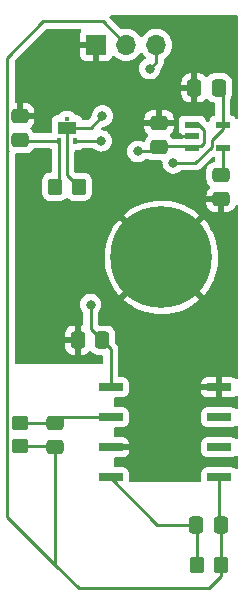
<source format=gbr>
%TF.GenerationSoftware,KiCad,Pcbnew,(6.0.8)*%
%TF.CreationDate,2023-05-16T00:54:05+01:00*%
%TF.ProjectId,photodiode,70686f74-6f64-4696-9f64-652e6b696361,rev?*%
%TF.SameCoordinates,Original*%
%TF.FileFunction,Copper,L1,Top*%
%TF.FilePolarity,Positive*%
%FSLAX46Y46*%
G04 Gerber Fmt 4.6, Leading zero omitted, Abs format (unit mm)*
G04 Created by KiCad (PCBNEW (6.0.8)) date 2023-05-16 00:54:05*
%MOMM*%
%LPD*%
G01*
G04 APERTURE LIST*
G04 Aperture macros list*
%AMRoundRect*
0 Rectangle with rounded corners*
0 $1 Rounding radius*
0 $2 $3 $4 $5 $6 $7 $8 $9 X,Y pos of 4 corners*
0 Add a 4 corners polygon primitive as box body*
4,1,4,$2,$3,$4,$5,$6,$7,$8,$9,$2,$3,0*
0 Add four circle primitives for the rounded corners*
1,1,$1+$1,$2,$3*
1,1,$1+$1,$4,$5*
1,1,$1+$1,$6,$7*
1,1,$1+$1,$8,$9*
0 Add four rect primitives between the rounded corners*
20,1,$1+$1,$2,$3,$4,$5,0*
20,1,$1+$1,$4,$5,$6,$7,0*
20,1,$1+$1,$6,$7,$8,$9,0*
20,1,$1+$1,$8,$9,$2,$3,0*%
G04 Aperture macros list end*
%TA.AperFunction,SMDPad,CuDef*%
%ADD10R,0.400000X0.600000*%
%TD*%
%TA.AperFunction,SMDPad,CuDef*%
%ADD11R,0.400000X0.350000*%
%TD*%
%TA.AperFunction,SMDPad,CuDef*%
%ADD12R,1.600000X1.100000*%
%TD*%
%TA.AperFunction,SMDPad,CuDef*%
%ADD13R,2.100000X0.650000*%
%TD*%
%TA.AperFunction,SMDPad,CuDef*%
%ADD14R,1.250000X0.600000*%
%TD*%
%TA.AperFunction,SMDPad,CuDef*%
%ADD15RoundRect,0.250000X0.475000X-0.337500X0.475000X0.337500X-0.475000X0.337500X-0.475000X-0.337500X0*%
%TD*%
%TA.AperFunction,SMDPad,CuDef*%
%ADD16RoundRect,0.250000X-0.337500X-0.475000X0.337500X-0.475000X0.337500X0.475000X-0.337500X0.475000X0*%
%TD*%
%TA.AperFunction,ComponentPad*%
%ADD17R,1.700000X1.700000*%
%TD*%
%TA.AperFunction,ComponentPad*%
%ADD18O,1.700000X1.700000*%
%TD*%
%TA.AperFunction,SMDPad,CuDef*%
%ADD19RoundRect,0.250000X0.450000X-0.350000X0.450000X0.350000X-0.450000X0.350000X-0.450000X-0.350000X0*%
%TD*%
%TA.AperFunction,SMDPad,CuDef*%
%ADD20RoundRect,0.250000X0.350000X0.450000X-0.350000X0.450000X-0.350000X-0.450000X0.350000X-0.450000X0*%
%TD*%
%TA.AperFunction,SMDPad,CuDef*%
%ADD21RoundRect,0.250000X-0.475000X0.337500X-0.475000X-0.337500X0.475000X-0.337500X0.475000X0.337500X0*%
%TD*%
%TA.AperFunction,SMDPad,CuDef*%
%ADD22RoundRect,0.250000X0.337500X0.475000X-0.337500X0.475000X-0.337500X-0.475000X0.337500X-0.475000X0*%
%TD*%
%TA.AperFunction,ComponentPad*%
%ADD23C,8.600000*%
%TD*%
%TA.AperFunction,ViaPad*%
%ADD24C,0.800000*%
%TD*%
%TA.AperFunction,Conductor*%
%ADD25C,0.250000*%
%TD*%
G04 APERTURE END LIST*
D10*
%TO.P,Q1,1,B*%
%TO.N,Net-(C1-Pad2)*%
X123350000Y-83125000D03*
%TO.P,Q1,2,E*%
%TO.N,Net-(C2-Pad2)*%
X124650000Y-83125000D03*
D11*
%TO.P,Q1,3,C_1*%
%TO.N,Net-(J1-Pad3)*%
X124000000Y-81300000D03*
D12*
%TO.P,Q1,4,C_2*%
X124000000Y-82025000D03*
%TD*%
D13*
%TO.P,IC2,1,VS*%
%TO.N,Net-(C3-Pad2)*%
X127695000Y-103998000D03*
%TO.P,IC2,2,-IN*%
%TO.N,Net-(C4-Pad2)*%
X127695000Y-106538000D03*
%TO.P,IC2,3,-V*%
%TO.N,GNDREF*%
X127695000Y-109078000D03*
%TO.P,IC2,4,1M\u03A9_FEEDBACK*%
%TO.N,Net-(C5-Pad2)*%
X127695000Y-111618000D03*
%TO.P,IC2,5,OUTPUT*%
%TO.N,out*%
X136895000Y-111618000D03*
%TO.P,IC2,6,NC_1*%
%TO.N,unconnected-(IC2-Pad6)*%
X136895000Y-109078000D03*
%TO.P,IC2,7,NC_2*%
%TO.N,unconnected-(IC2-Pad7)*%
X136895000Y-106538000D03*
%TO.P,IC2,8,COMMON*%
%TO.N,GNDREF*%
X136895000Y-103998000D03*
%TD*%
D14*
%TO.P,IC1,1,VIN*%
%TO.N,Net-(C2-Pad2)*%
X134600000Y-81800000D03*
%TO.P,IC1,2,GND*%
%TO.N,GNDREF*%
X134600000Y-82750000D03*
%TO.P,IC1,3,~{SHDN}*%
%TO.N,Net-(C2-Pad2)*%
X134600000Y-83700000D03*
%TO.P,IC1,4,BYPASS*%
%TO.N,Net-(C7-Pad2)*%
X137200000Y-83700000D03*
%TO.P,IC1,5,VOUT*%
%TO.N,Net-(C3-Pad2)*%
X137200000Y-81800000D03*
%TD*%
D15*
%TO.P,C7,1*%
%TO.N,GNDREF*%
X137037500Y-88075000D03*
%TO.P,C7,2*%
%TO.N,Net-(C7-Pad2)*%
X137037500Y-86000000D03*
%TD*%
D16*
%TO.P,C3,1*%
%TO.N,GNDREF*%
X134787500Y-78650000D03*
%TO.P,C3,2*%
%TO.N,Net-(C3-Pad2)*%
X136862500Y-78650000D03*
%TD*%
D17*
%TO.P,J1,1,Pin_1*%
%TO.N,GNDREF*%
X126475000Y-75000000D03*
D18*
%TO.P,J1,2,Pin_2*%
%TO.N,out*%
X129015000Y-75000000D03*
%TO.P,J1,3,Pin_3*%
%TO.N,Net-(J1-Pad3)*%
X131555000Y-75000000D03*
%TD*%
D19*
%TO.P,R2,1*%
%TO.N,out*%
X120000000Y-109000000D03*
%TO.P,R2,2*%
%TO.N,Net-(C4-Pad2)*%
X120000000Y-107000000D03*
%TD*%
D20*
%TO.P,R3,1*%
%TO.N,out*%
X137000000Y-119000000D03*
%TO.P,R3,2*%
%TO.N,Net-(C5-Pad2)*%
X135000000Y-119000000D03*
%TD*%
D21*
%TO.P,C2,1*%
%TO.N,GNDREF*%
X131787500Y-81612500D03*
%TO.P,C2,2*%
%TO.N,Net-(C2-Pad2)*%
X131787500Y-83687500D03*
%TD*%
D22*
%TO.P,C6,1*%
%TO.N,Net-(C3-Pad2)*%
X127000000Y-100000000D03*
%TO.P,C6,2*%
%TO.N,GNDREF*%
X124925000Y-100000000D03*
%TD*%
D23*
%TO.P,H1,1,1*%
%TO.N,GNDREF*%
X132000000Y-93000000D03*
%TD*%
D21*
%TO.P,C1,1*%
%TO.N,GNDREF*%
X120000000Y-81025000D03*
%TO.P,C1,2*%
%TO.N,Net-(C1-Pad2)*%
X120000000Y-83100000D03*
%TD*%
D20*
%TO.P,R1,1*%
%TO.N,Net-(J1-Pad3)*%
X125000000Y-87025000D03*
%TO.P,R1,2*%
%TO.N,Net-(C1-Pad2)*%
X123000000Y-87025000D03*
%TD*%
D22*
%TO.P,C5,1*%
%TO.N,out*%
X137000000Y-115620000D03*
%TO.P,C5,2*%
%TO.N,Net-(C5-Pad2)*%
X134925000Y-115620000D03*
%TD*%
D15*
%TO.P,C4,1*%
%TO.N,out*%
X123000000Y-109075000D03*
%TO.P,C4,2*%
%TO.N,Net-(C4-Pad2)*%
X123000000Y-107000000D03*
%TD*%
D24*
%TO.N,Net-(C2-Pad2)*%
X126900000Y-83125000D03*
X130000000Y-84025000D03*
%TO.N,Net-(C3-Pad2)*%
X126000000Y-97000000D03*
X133000000Y-85000000D03*
%TO.N,Net-(J1-Pad3)*%
X131012500Y-77012500D03*
X127000000Y-81025000D03*
%TD*%
D25*
%TO.N,Net-(C7-Pad2)*%
X137200000Y-85837500D02*
X137037500Y-86000000D01*
X137200000Y-83700000D02*
X137200000Y-85837500D01*
%TO.N,Net-(C3-Pad2)*%
X137200000Y-78987500D02*
X136862500Y-78650000D01*
X137200000Y-82125000D02*
X137200000Y-78987500D01*
X136250000Y-83075000D02*
X137200000Y-82125000D01*
X134875000Y-85000000D02*
X136250000Y-83625000D01*
X133000000Y-85000000D02*
X134875000Y-85000000D01*
X136250000Y-83625000D02*
X136250000Y-83075000D01*
%TO.N,Net-(C2-Pad2)*%
X135600000Y-82175000D02*
X135125000Y-81700000D01*
X135600000Y-83325000D02*
X135600000Y-82175000D01*
X135125000Y-81700000D02*
X134787500Y-81700000D01*
X135325000Y-83600000D02*
X135600000Y-83325000D01*
X131787500Y-83687500D02*
X131875000Y-83600000D01*
X131875000Y-83600000D02*
X135325000Y-83600000D01*
%TO.N,Net-(C1-Pad2)*%
X120000000Y-83100000D02*
X120025000Y-83125000D01*
X120025000Y-83125000D02*
X123350000Y-83125000D01*
X123000000Y-87025000D02*
X123350000Y-86675000D01*
X123350000Y-86675000D02*
X123350000Y-83125000D01*
%TO.N,Net-(C2-Pad2)*%
X124650000Y-83125000D02*
X126900000Y-83125000D01*
X130000000Y-84025000D02*
X131450000Y-84025000D01*
X131450000Y-84025000D02*
X131787500Y-83687500D01*
%TO.N,Net-(C3-Pad2)*%
X126925000Y-100000000D02*
X127695000Y-100770000D01*
X126000000Y-97000000D02*
X126000000Y-99075000D01*
X126000000Y-99075000D02*
X126925000Y-100000000D01*
X127695000Y-100770000D02*
X127695000Y-103998000D01*
%TO.N,Net-(C4-Pad2)*%
X123462000Y-106538000D02*
X127695000Y-106538000D01*
X123000000Y-107000000D02*
X123462000Y-106538000D01*
X123000000Y-107000000D02*
X120000000Y-107000000D01*
%TO.N,Net-(C5-Pad2)*%
X135000000Y-119000000D02*
X135000000Y-115695000D01*
X127695000Y-111695000D02*
X127695000Y-111618000D01*
X131620000Y-115620000D02*
X127695000Y-111695000D01*
X135000000Y-115695000D02*
X134925000Y-115620000D01*
X134925000Y-115620000D02*
X131620000Y-115620000D01*
%TO.N,out*%
X127040000Y-73025000D02*
X129015000Y-75000000D01*
X118950000Y-76075000D02*
X122000000Y-73025000D01*
X119000000Y-84025000D02*
X118950000Y-83975000D01*
X123000000Y-119000000D02*
X118950000Y-114950000D01*
X137000000Y-120000000D02*
X136000000Y-121000000D01*
X120000000Y-109000000D02*
X122925000Y-109000000D01*
X118950000Y-84075000D02*
X119000000Y-84025000D01*
X136895000Y-115515000D02*
X137000000Y-115620000D01*
X118950000Y-114950000D02*
X118950000Y-84075000D01*
X137000000Y-119000000D02*
X137000000Y-120000000D01*
X136000000Y-121000000D02*
X125000000Y-121000000D01*
X122000000Y-73025000D02*
X127040000Y-73025000D01*
X123000000Y-119000000D02*
X123000000Y-109075000D01*
X136895000Y-111618000D02*
X136895000Y-115515000D01*
X122925000Y-109000000D02*
X123000000Y-109075000D01*
X118950000Y-83975000D02*
X118950000Y-76075000D01*
X137000000Y-115620000D02*
X137000000Y-119000000D01*
X125000000Y-121000000D02*
X123000000Y-119000000D01*
%TO.N,Net-(J1-Pad3)*%
X131555000Y-75000000D02*
X131555000Y-76470000D01*
X127000000Y-81025000D02*
X126000000Y-82025000D01*
X131555000Y-76470000D02*
X131012500Y-77012500D01*
X124000000Y-86025000D02*
X124000000Y-82025000D01*
X126000000Y-82025000D02*
X124000000Y-82025000D01*
X125000000Y-87025000D02*
X124000000Y-86025000D01*
%TD*%
%TA.AperFunction,Conductor*%
%TO.N,GNDREF*%
G36*
X138433621Y-72528502D02*
G01*
X138480114Y-72582158D01*
X138491500Y-72634500D01*
X138491500Y-81163131D01*
X138471498Y-81231252D01*
X138417842Y-81277745D01*
X138347568Y-81287849D01*
X138282988Y-81258355D01*
X138264674Y-81238696D01*
X138193643Y-81143920D01*
X138193642Y-81143919D01*
X138188261Y-81136739D01*
X138071705Y-81049385D01*
X138049141Y-81040926D01*
X137942714Y-81001028D01*
X137942711Y-81001027D01*
X137935316Y-80998255D01*
X137929547Y-80997628D01*
X137868709Y-80962874D01*
X137835887Y-80899919D01*
X137833500Y-80875507D01*
X137833500Y-79578543D01*
X137852240Y-79512427D01*
X137888275Y-79453968D01*
X137888276Y-79453966D01*
X137892115Y-79447738D01*
X137947797Y-79279861D01*
X137958500Y-79175400D01*
X137958500Y-78124600D01*
X137958163Y-78121350D01*
X137948238Y-78025692D01*
X137948237Y-78025688D01*
X137947526Y-78018834D01*
X137891550Y-77851054D01*
X137798478Y-77700652D01*
X137673303Y-77575695D01*
X137667072Y-77571854D01*
X137528968Y-77486725D01*
X137528966Y-77486724D01*
X137522738Y-77482885D01*
X137442995Y-77456436D01*
X137361389Y-77429368D01*
X137361387Y-77429368D01*
X137354861Y-77427203D01*
X137348025Y-77426503D01*
X137348022Y-77426502D01*
X137304969Y-77422091D01*
X137250400Y-77416500D01*
X136474600Y-77416500D01*
X136471354Y-77416837D01*
X136471350Y-77416837D01*
X136375692Y-77426762D01*
X136375688Y-77426763D01*
X136368834Y-77427474D01*
X136362298Y-77429655D01*
X136362296Y-77429655D01*
X136345928Y-77435116D01*
X136201054Y-77483450D01*
X136050652Y-77576522D01*
X135925695Y-77701697D01*
X135922898Y-77706235D01*
X135865647Y-77746824D01*
X135794724Y-77750054D01*
X135733313Y-77714428D01*
X135725938Y-77705932D01*
X135717902Y-77695793D01*
X135603171Y-77581261D01*
X135591760Y-77572249D01*
X135453757Y-77487184D01*
X135440576Y-77481037D01*
X135286290Y-77429862D01*
X135272914Y-77426995D01*
X135178562Y-77417328D01*
X135172145Y-77417000D01*
X135059615Y-77417000D01*
X135044376Y-77421475D01*
X135043171Y-77422865D01*
X135041500Y-77430548D01*
X135041500Y-79864884D01*
X135045975Y-79880123D01*
X135047365Y-79881328D01*
X135055048Y-79882999D01*
X135172095Y-79882999D01*
X135178614Y-79882662D01*
X135274206Y-79872743D01*
X135287600Y-79869851D01*
X135441784Y-79818412D01*
X135454962Y-79812239D01*
X135592807Y-79726937D01*
X135604208Y-79717901D01*
X135718738Y-79603172D01*
X135725794Y-79594238D01*
X135783712Y-79553177D01*
X135854635Y-79549947D01*
X135916046Y-79585574D01*
X135922846Y-79593407D01*
X135926522Y-79599348D01*
X136051697Y-79724305D01*
X136057927Y-79728145D01*
X136057928Y-79728146D01*
X136195288Y-79812816D01*
X136202262Y-79817115D01*
X136282005Y-79843564D01*
X136363611Y-79870632D01*
X136363613Y-79870632D01*
X136370139Y-79872797D01*
X136376975Y-79873497D01*
X136376978Y-79873498D01*
X136453343Y-79881322D01*
X136519070Y-79908163D01*
X136559852Y-79966278D01*
X136566500Y-80006666D01*
X136566500Y-80875507D01*
X136546498Y-80943628D01*
X136492842Y-80990121D01*
X136471237Y-80997543D01*
X136464684Y-80998255D01*
X136457289Y-81001027D01*
X136457286Y-81001028D01*
X136350859Y-81040926D01*
X136328295Y-81049385D01*
X136211739Y-81136739D01*
X136124385Y-81253295D01*
X136073255Y-81389684D01*
X136066500Y-81451866D01*
X136065786Y-81451788D01*
X136043186Y-81515709D01*
X135987089Y-81559225D01*
X135916371Y-81565504D01*
X135851942Y-81531037D01*
X135755688Y-81434783D01*
X135729809Y-81388535D01*
X135726745Y-81389684D01*
X135678767Y-81261703D01*
X135675615Y-81253295D01*
X135588261Y-81136739D01*
X135471705Y-81049385D01*
X135335316Y-80998255D01*
X135273134Y-80991500D01*
X133926866Y-80991500D01*
X133864684Y-80998255D01*
X133728295Y-81049385D01*
X133611739Y-81136739D01*
X133524385Y-81253295D01*
X133473255Y-81389684D01*
X133466500Y-81451866D01*
X133466500Y-82148134D01*
X133473255Y-82210316D01*
X133481190Y-82231483D01*
X133486373Y-82302289D01*
X133481190Y-82319942D01*
X133476522Y-82332395D01*
X133472895Y-82347649D01*
X133467369Y-82398514D01*
X133467000Y-82405328D01*
X133467000Y-82477885D01*
X133471475Y-82493124D01*
X133472865Y-82494329D01*
X133480548Y-82496000D01*
X133613447Y-82496000D01*
X133681568Y-82516002D01*
X133689012Y-82521174D01*
X133728295Y-82550615D01*
X133864684Y-82601745D01*
X133926866Y-82608500D01*
X134728000Y-82608500D01*
X134796121Y-82628502D01*
X134842614Y-82682158D01*
X134854000Y-82734500D01*
X134854000Y-82765500D01*
X134833998Y-82833621D01*
X134780342Y-82880114D01*
X134728000Y-82891500D01*
X133926866Y-82891500D01*
X133864684Y-82898255D01*
X133728295Y-82949385D01*
X133725158Y-82951736D01*
X133667450Y-82966500D01*
X132987399Y-82966500D01*
X132919278Y-82946498D01*
X132880255Y-82906803D01*
X132864832Y-82881880D01*
X132860978Y-82875652D01*
X132735803Y-82750695D01*
X132731265Y-82747898D01*
X132690676Y-82690647D01*
X132687446Y-82619724D01*
X132723072Y-82558313D01*
X132731568Y-82550938D01*
X132741707Y-82542902D01*
X132856239Y-82428171D01*
X132865251Y-82416760D01*
X132950316Y-82278757D01*
X132956463Y-82265576D01*
X133007638Y-82111290D01*
X133010505Y-82097914D01*
X133020172Y-82003562D01*
X133020500Y-81997146D01*
X133020500Y-81884615D01*
X133016025Y-81869376D01*
X133014635Y-81868171D01*
X133006952Y-81866500D01*
X130572616Y-81866500D01*
X130557377Y-81870975D01*
X130556172Y-81872365D01*
X130554501Y-81880048D01*
X130554501Y-81997095D01*
X130554838Y-82003614D01*
X130564757Y-82099206D01*
X130567649Y-82112600D01*
X130619088Y-82266784D01*
X130625261Y-82279962D01*
X130710563Y-82417807D01*
X130719599Y-82429208D01*
X130834328Y-82543738D01*
X130843262Y-82550794D01*
X130884323Y-82608712D01*
X130887553Y-82679635D01*
X130851926Y-82741046D01*
X130844093Y-82747846D01*
X130838152Y-82751522D01*
X130713195Y-82876697D01*
X130709355Y-82882927D01*
X130709354Y-82882928D01*
X130670332Y-82946234D01*
X130620385Y-83027262D01*
X130618081Y-83034209D01*
X130583401Y-83138766D01*
X130542971Y-83197126D01*
X130477406Y-83224363D01*
X130412559Y-83214206D01*
X130288319Y-83158891D01*
X130288318Y-83158891D01*
X130282288Y-83156206D01*
X130166362Y-83131565D01*
X130101944Y-83117872D01*
X130101939Y-83117872D01*
X130095487Y-83116500D01*
X129904513Y-83116500D01*
X129898061Y-83117872D01*
X129898056Y-83117872D01*
X129833638Y-83131565D01*
X129717712Y-83156206D01*
X129711682Y-83158891D01*
X129711681Y-83158891D01*
X129549278Y-83231197D01*
X129549276Y-83231198D01*
X129543248Y-83233882D01*
X129388747Y-83346134D01*
X129260960Y-83488056D01*
X129165473Y-83653444D01*
X129106458Y-83835072D01*
X129105768Y-83841633D01*
X129105768Y-83841635D01*
X129101263Y-83884500D01*
X129086496Y-84025000D01*
X129087186Y-84031565D01*
X129105220Y-84203145D01*
X129106458Y-84214928D01*
X129165473Y-84396556D01*
X129260960Y-84561944D01*
X129388747Y-84703866D01*
X129406983Y-84717115D01*
X129525884Y-84803502D01*
X129543248Y-84816118D01*
X129549276Y-84818802D01*
X129549278Y-84818803D01*
X129711681Y-84891109D01*
X129717712Y-84893794D01*
X129811113Y-84913647D01*
X129898056Y-84932128D01*
X129898061Y-84932128D01*
X129904513Y-84933500D01*
X130095487Y-84933500D01*
X130101939Y-84932128D01*
X130101944Y-84932128D01*
X130188887Y-84913647D01*
X130282288Y-84893794D01*
X130288319Y-84891109D01*
X130450722Y-84818803D01*
X130450724Y-84818802D01*
X130456752Y-84816118D01*
X130474117Y-84803502D01*
X130598303Y-84713275D01*
X130611253Y-84703866D01*
X130615668Y-84698963D01*
X130620580Y-84694540D01*
X130621705Y-84695789D01*
X130675014Y-84662949D01*
X130708200Y-84658500D01*
X130858957Y-84658500D01*
X130925073Y-84677240D01*
X130974568Y-84707749D01*
X130989762Y-84717115D01*
X131069505Y-84743564D01*
X131151111Y-84770632D01*
X131151113Y-84770632D01*
X131157639Y-84772797D01*
X131164475Y-84773497D01*
X131164478Y-84773498D01*
X131207531Y-84777909D01*
X131262100Y-84783500D01*
X131969314Y-84783500D01*
X132037435Y-84803502D01*
X132083928Y-84857158D01*
X132094624Y-84922669D01*
X132086496Y-85000000D01*
X132087186Y-85006565D01*
X132105728Y-85182979D01*
X132106458Y-85189928D01*
X132165473Y-85371556D01*
X132260960Y-85536944D01*
X132265378Y-85541851D01*
X132265379Y-85541852D01*
X132347452Y-85633003D01*
X132388747Y-85678866D01*
X132543248Y-85791118D01*
X132549276Y-85793802D01*
X132549278Y-85793803D01*
X132711681Y-85866109D01*
X132717712Y-85868794D01*
X132784005Y-85882885D01*
X132898056Y-85907128D01*
X132898061Y-85907128D01*
X132904513Y-85908500D01*
X133095487Y-85908500D01*
X133101939Y-85907128D01*
X133101944Y-85907128D01*
X133215995Y-85882885D01*
X133282288Y-85868794D01*
X133288319Y-85866109D01*
X133450722Y-85793803D01*
X133450724Y-85793802D01*
X133456752Y-85791118D01*
X133496011Y-85762595D01*
X133595240Y-85690500D01*
X133611253Y-85678866D01*
X133615668Y-85673963D01*
X133620580Y-85669540D01*
X133621705Y-85670789D01*
X133675014Y-85637949D01*
X133708200Y-85633500D01*
X134796233Y-85633500D01*
X134807416Y-85634027D01*
X134814909Y-85635702D01*
X134822835Y-85635453D01*
X134822836Y-85635453D01*
X134882986Y-85633562D01*
X134886945Y-85633500D01*
X134914856Y-85633500D01*
X134918791Y-85633003D01*
X134918856Y-85632995D01*
X134930693Y-85632062D01*
X134962951Y-85631048D01*
X134966970Y-85630922D01*
X134974889Y-85630673D01*
X134994343Y-85625021D01*
X135013700Y-85621013D01*
X135025930Y-85619468D01*
X135025931Y-85619468D01*
X135033797Y-85618474D01*
X135041168Y-85615555D01*
X135041170Y-85615555D01*
X135074912Y-85602196D01*
X135086142Y-85598351D01*
X135120983Y-85588229D01*
X135120984Y-85588229D01*
X135128593Y-85586018D01*
X135135412Y-85581985D01*
X135135417Y-85581983D01*
X135146028Y-85575707D01*
X135163776Y-85567012D01*
X135182617Y-85559552D01*
X135218387Y-85533564D01*
X135228307Y-85527048D01*
X135259535Y-85508580D01*
X135259538Y-85508578D01*
X135266362Y-85504542D01*
X135280683Y-85490221D01*
X135295717Y-85477380D01*
X135305694Y-85470131D01*
X135312107Y-85465472D01*
X135340298Y-85431395D01*
X135348288Y-85422616D01*
X136265108Y-84505796D01*
X136327420Y-84471770D01*
X136398432Y-84476909D01*
X136457283Y-84498971D01*
X136457287Y-84498972D01*
X136464684Y-84501745D01*
X136470453Y-84502372D01*
X136531291Y-84537126D01*
X136564113Y-84600081D01*
X136566500Y-84624493D01*
X136566500Y-84784753D01*
X136546498Y-84852874D01*
X136492842Y-84899367D01*
X136453504Y-84910080D01*
X136442038Y-84911269D01*
X136413193Y-84914262D01*
X136413190Y-84914263D01*
X136406334Y-84914974D01*
X136399798Y-84917155D01*
X136399796Y-84917155D01*
X136383263Y-84922671D01*
X136238554Y-84970950D01*
X136088152Y-85064022D01*
X135963195Y-85189197D01*
X135959355Y-85195427D01*
X135959354Y-85195428D01*
X135958875Y-85196206D01*
X135870385Y-85339762D01*
X135857941Y-85377279D01*
X135819736Y-85492466D01*
X135814703Y-85507639D01*
X135814003Y-85514475D01*
X135814002Y-85514478D01*
X135810459Y-85549063D01*
X135804000Y-85612100D01*
X135804000Y-86387900D01*
X135804337Y-86391146D01*
X135804337Y-86391150D01*
X135813285Y-86477386D01*
X135814974Y-86493666D01*
X135870950Y-86661446D01*
X135964022Y-86811848D01*
X136089197Y-86936805D01*
X136093735Y-86939602D01*
X136134324Y-86996853D01*
X136137554Y-87067776D01*
X136101928Y-87129187D01*
X136093432Y-87136562D01*
X136083293Y-87144598D01*
X135968761Y-87259329D01*
X135959749Y-87270740D01*
X135874684Y-87408743D01*
X135868537Y-87421924D01*
X135817362Y-87576210D01*
X135814495Y-87589586D01*
X135804828Y-87683938D01*
X135804500Y-87690355D01*
X135804500Y-87802885D01*
X135808975Y-87818124D01*
X135810365Y-87819329D01*
X135818048Y-87821000D01*
X137165500Y-87821000D01*
X137233621Y-87841002D01*
X137280114Y-87894658D01*
X137291500Y-87947000D01*
X137291500Y-89152384D01*
X137295975Y-89167623D01*
X137297365Y-89168828D01*
X137305048Y-89170499D01*
X137559595Y-89170499D01*
X137566114Y-89170162D01*
X137661706Y-89160243D01*
X137675100Y-89157351D01*
X137829284Y-89105912D01*
X137842462Y-89099739D01*
X137980307Y-89014437D01*
X137991708Y-89005401D01*
X138106239Y-88890671D01*
X138115251Y-88879260D01*
X138200316Y-88741257D01*
X138206463Y-88728076D01*
X138245907Y-88609157D01*
X138286338Y-88550798D01*
X138351902Y-88523561D01*
X138421784Y-88536095D01*
X138473796Y-88584419D01*
X138491500Y-88648825D01*
X138491500Y-103195803D01*
X138471498Y-103263924D01*
X138417842Y-103310417D01*
X138347568Y-103320521D01*
X138289935Y-103296629D01*
X138198649Y-103228214D01*
X138183054Y-103219676D01*
X138062606Y-103174522D01*
X138047351Y-103170895D01*
X137996486Y-103165369D01*
X137989672Y-103165000D01*
X137167115Y-103165000D01*
X137151876Y-103169475D01*
X137150671Y-103170865D01*
X137149000Y-103178548D01*
X137149000Y-104812884D01*
X137153475Y-104828123D01*
X137154865Y-104829328D01*
X137162548Y-104830999D01*
X137989669Y-104830999D01*
X137996490Y-104830629D01*
X138047352Y-104825105D01*
X138062604Y-104821479D01*
X138183054Y-104776324D01*
X138198649Y-104767786D01*
X138289935Y-104699371D01*
X138356442Y-104674523D01*
X138425824Y-104689576D01*
X138476054Y-104739750D01*
X138491500Y-104800197D01*
X138491500Y-105735178D01*
X138471498Y-105803299D01*
X138417842Y-105849792D01*
X138347568Y-105859896D01*
X138289935Y-105836004D01*
X138198892Y-105767771D01*
X138198890Y-105767770D01*
X138191705Y-105762385D01*
X138055316Y-105711255D01*
X137993134Y-105704500D01*
X135796866Y-105704500D01*
X135734684Y-105711255D01*
X135598295Y-105762385D01*
X135481739Y-105849739D01*
X135394385Y-105966295D01*
X135343255Y-106102684D01*
X135336500Y-106164866D01*
X135336500Y-106911134D01*
X135343255Y-106973316D01*
X135394385Y-107109705D01*
X135481739Y-107226261D01*
X135598295Y-107313615D01*
X135734684Y-107364745D01*
X135796866Y-107371500D01*
X137993134Y-107371500D01*
X138055316Y-107364745D01*
X138191705Y-107313615D01*
X138236057Y-107280375D01*
X138289935Y-107239996D01*
X138356442Y-107215148D01*
X138425824Y-107230201D01*
X138476054Y-107280375D01*
X138491500Y-107340822D01*
X138491500Y-108275178D01*
X138471498Y-108343299D01*
X138417842Y-108389792D01*
X138347568Y-108399896D01*
X138289935Y-108376004D01*
X138198892Y-108307771D01*
X138198890Y-108307770D01*
X138191705Y-108302385D01*
X138055316Y-108251255D01*
X137993134Y-108244500D01*
X135796866Y-108244500D01*
X135734684Y-108251255D01*
X135598295Y-108302385D01*
X135481739Y-108389739D01*
X135394385Y-108506295D01*
X135343255Y-108642684D01*
X135336500Y-108704866D01*
X135336500Y-109451134D01*
X135343255Y-109513316D01*
X135394385Y-109649705D01*
X135481739Y-109766261D01*
X135598295Y-109853615D01*
X135734684Y-109904745D01*
X135796866Y-109911500D01*
X137993134Y-109911500D01*
X138055316Y-109904745D01*
X138191705Y-109853615D01*
X138199483Y-109847786D01*
X138289935Y-109779996D01*
X138356442Y-109755148D01*
X138425824Y-109770201D01*
X138476054Y-109820375D01*
X138491500Y-109880822D01*
X138491500Y-110815178D01*
X138471498Y-110883299D01*
X138417842Y-110929792D01*
X138347568Y-110939896D01*
X138289935Y-110916004D01*
X138198892Y-110847771D01*
X138198890Y-110847770D01*
X138191705Y-110842385D01*
X138055316Y-110791255D01*
X137993134Y-110784500D01*
X135796866Y-110784500D01*
X135734684Y-110791255D01*
X135598295Y-110842385D01*
X135481739Y-110929739D01*
X135394385Y-111046295D01*
X135343255Y-111182684D01*
X135336500Y-111244866D01*
X135336500Y-111874000D01*
X135316498Y-111942121D01*
X135262842Y-111988614D01*
X135210500Y-112000000D01*
X129379500Y-112000000D01*
X129311379Y-111979998D01*
X129264886Y-111926342D01*
X129253500Y-111874000D01*
X129253500Y-111244866D01*
X129246745Y-111182684D01*
X129195615Y-111046295D01*
X129108261Y-110929739D01*
X128991705Y-110842385D01*
X128855316Y-110791255D01*
X128793134Y-110784500D01*
X128126000Y-110784500D01*
X128057879Y-110764498D01*
X128011386Y-110710842D01*
X128000000Y-110658500D01*
X128000000Y-110036999D01*
X128020002Y-109968878D01*
X128073658Y-109922385D01*
X128126000Y-109910999D01*
X128789669Y-109910999D01*
X128796490Y-109910629D01*
X128847352Y-109905105D01*
X128862604Y-109901479D01*
X128983054Y-109856324D01*
X128998649Y-109847786D01*
X129100724Y-109771285D01*
X129113285Y-109758724D01*
X129189786Y-109656649D01*
X129198324Y-109641054D01*
X129243478Y-109520606D01*
X129247105Y-109505351D01*
X129252631Y-109454486D01*
X129253000Y-109447672D01*
X129253000Y-109350115D01*
X129248525Y-109334876D01*
X129247135Y-109333671D01*
X129239452Y-109332000D01*
X128000000Y-109332000D01*
X128000000Y-108824000D01*
X129234884Y-108824000D01*
X129250123Y-108819525D01*
X129251328Y-108818135D01*
X129252999Y-108810452D01*
X129252999Y-108708331D01*
X129252629Y-108701510D01*
X129247105Y-108650648D01*
X129243479Y-108635396D01*
X129198324Y-108514946D01*
X129189786Y-108499351D01*
X129113285Y-108397276D01*
X129100724Y-108384715D01*
X128998649Y-108308214D01*
X128983054Y-108299676D01*
X128862606Y-108254522D01*
X128847351Y-108250895D01*
X128796486Y-108245369D01*
X128789672Y-108245000D01*
X128126000Y-108245000D01*
X128057879Y-108224998D01*
X128011386Y-108171342D01*
X128000000Y-108119000D01*
X128000000Y-107497500D01*
X128020002Y-107429379D01*
X128073658Y-107382886D01*
X128126000Y-107371500D01*
X128793134Y-107371500D01*
X128855316Y-107364745D01*
X128991705Y-107313615D01*
X129108261Y-107226261D01*
X129195615Y-107109705D01*
X129246745Y-106973316D01*
X129253500Y-106911134D01*
X129253500Y-106164866D01*
X129246745Y-106102684D01*
X129195615Y-105966295D01*
X129108261Y-105849739D01*
X128991705Y-105762385D01*
X128855316Y-105711255D01*
X128793134Y-105704500D01*
X128126000Y-105704500D01*
X128057879Y-105684498D01*
X128011386Y-105630842D01*
X128000000Y-105578500D01*
X128000000Y-104957500D01*
X128020002Y-104889379D01*
X128073658Y-104842886D01*
X128126000Y-104831500D01*
X128793134Y-104831500D01*
X128855316Y-104824745D01*
X128991705Y-104773615D01*
X129108261Y-104686261D01*
X129195615Y-104569705D01*
X129246745Y-104433316D01*
X129253500Y-104371134D01*
X129253500Y-104367669D01*
X135337001Y-104367669D01*
X135337371Y-104374490D01*
X135342895Y-104425352D01*
X135346521Y-104440604D01*
X135391676Y-104561054D01*
X135400214Y-104576649D01*
X135476715Y-104678724D01*
X135489276Y-104691285D01*
X135591351Y-104767786D01*
X135606946Y-104776324D01*
X135727394Y-104821478D01*
X135742649Y-104825105D01*
X135793514Y-104830631D01*
X135800328Y-104831000D01*
X136622885Y-104831000D01*
X136638124Y-104826525D01*
X136639329Y-104825135D01*
X136641000Y-104817452D01*
X136641000Y-104270115D01*
X136636525Y-104254876D01*
X136635135Y-104253671D01*
X136627452Y-104252000D01*
X135355116Y-104252000D01*
X135339877Y-104256475D01*
X135338672Y-104257865D01*
X135337001Y-104265548D01*
X135337001Y-104367669D01*
X129253500Y-104367669D01*
X129253500Y-103725885D01*
X135337000Y-103725885D01*
X135341475Y-103741124D01*
X135342865Y-103742329D01*
X135350548Y-103744000D01*
X136622885Y-103744000D01*
X136638124Y-103739525D01*
X136639329Y-103738135D01*
X136641000Y-103730452D01*
X136641000Y-103183116D01*
X136636525Y-103167877D01*
X136635135Y-103166672D01*
X136627452Y-103165001D01*
X135800331Y-103165001D01*
X135793510Y-103165371D01*
X135742648Y-103170895D01*
X135727396Y-103174521D01*
X135606946Y-103219676D01*
X135591351Y-103228214D01*
X135489276Y-103304715D01*
X135476715Y-103317276D01*
X135400214Y-103419351D01*
X135391676Y-103434946D01*
X135346522Y-103555394D01*
X135342895Y-103570649D01*
X135337369Y-103621514D01*
X135337000Y-103628328D01*
X135337000Y-103725885D01*
X129253500Y-103725885D01*
X129253500Y-103624866D01*
X129246745Y-103562684D01*
X129195615Y-103426295D01*
X129108261Y-103309739D01*
X128991705Y-103222385D01*
X128855316Y-103171255D01*
X128793134Y-103164500D01*
X128454500Y-103164500D01*
X128386379Y-103144498D01*
X128339886Y-103090842D01*
X128328500Y-103038500D01*
X128328500Y-100848763D01*
X128329027Y-100837579D01*
X128330701Y-100830091D01*
X128328562Y-100762032D01*
X128328500Y-100758075D01*
X128328500Y-100730144D01*
X128327994Y-100726138D01*
X128327061Y-100714292D01*
X128325922Y-100678037D01*
X128325673Y-100670110D01*
X128320022Y-100650658D01*
X128316014Y-100631306D01*
X128314468Y-100619068D01*
X128314467Y-100619066D01*
X128313474Y-100611203D01*
X128297194Y-100570086D01*
X128293359Y-100558885D01*
X128281018Y-100516406D01*
X128276985Y-100509587D01*
X128276983Y-100509582D01*
X128270707Y-100498971D01*
X128262010Y-100481221D01*
X128254552Y-100462383D01*
X128228571Y-100426623D01*
X128222053Y-100416701D01*
X128203578Y-100385460D01*
X128203574Y-100385455D01*
X128199542Y-100378637D01*
X128185218Y-100364313D01*
X128172376Y-100349278D01*
X128160472Y-100332893D01*
X128141683Y-100317349D01*
X128101946Y-100258517D01*
X128096000Y-100220266D01*
X128096000Y-99474600D01*
X128090666Y-99423192D01*
X128085738Y-99375692D01*
X128085737Y-99375688D01*
X128085026Y-99368834D01*
X128029050Y-99201054D01*
X127935978Y-99050652D01*
X127810803Y-98925695D01*
X127804572Y-98921854D01*
X127666468Y-98836725D01*
X127666466Y-98836724D01*
X127660238Y-98832885D01*
X127580495Y-98806436D01*
X127498889Y-98779368D01*
X127498887Y-98779368D01*
X127492361Y-98777203D01*
X127485525Y-98776503D01*
X127485522Y-98776502D01*
X127442469Y-98772091D01*
X127387900Y-98766500D01*
X126759500Y-98766500D01*
X126691379Y-98746498D01*
X126644886Y-98692842D01*
X126633500Y-98640500D01*
X126633500Y-97702524D01*
X126653502Y-97634403D01*
X126665858Y-97618221D01*
X126739040Y-97536944D01*
X126834527Y-97371556D01*
X126893542Y-97189928D01*
X126913504Y-97000000D01*
X126912814Y-96993435D01*
X126894232Y-96816635D01*
X126894232Y-96816633D01*
X126893542Y-96810072D01*
X126834527Y-96628444D01*
X126804490Y-96576418D01*
X128789122Y-96576418D01*
X128789171Y-96577110D01*
X128794617Y-96585274D01*
X128872268Y-96657812D01*
X128876507Y-96661433D01*
X129209802Y-96921363D01*
X129214359Y-96924602D01*
X129569448Y-97153880D01*
X129574250Y-97156686D01*
X129948316Y-97353491D01*
X129953374Y-97355871D01*
X130343435Y-97518638D01*
X130348690Y-97520561D01*
X130751676Y-97648008D01*
X130757075Y-97649455D01*
X131169796Y-97740575D01*
X131175307Y-97741537D01*
X131594501Y-97795610D01*
X131600064Y-97796077D01*
X132022405Y-97812670D01*
X132027997Y-97812641D01*
X132450125Y-97791626D01*
X132455708Y-97791098D01*
X132874305Y-97732640D01*
X132879792Y-97731623D01*
X133291543Y-97636185D01*
X133296929Y-97634681D01*
X133698567Y-97503018D01*
X133703784Y-97501046D01*
X134092126Y-97334202D01*
X134097169Y-97331764D01*
X134469131Y-97131063D01*
X134473935Y-97128188D01*
X134826563Y-96895231D01*
X134831126Y-96891916D01*
X135161658Y-96628529D01*
X135165873Y-96624852D01*
X135203823Y-96588649D01*
X135211763Y-96574890D01*
X135211713Y-96573843D01*
X135206822Y-96566032D01*
X132012812Y-93372022D01*
X131998868Y-93364408D01*
X131997035Y-93364539D01*
X131990420Y-93368790D01*
X128796736Y-96562474D01*
X128789122Y-96576418D01*
X126804490Y-96576418D01*
X126739040Y-96463056D01*
X126611253Y-96321134D01*
X126456752Y-96208882D01*
X126450724Y-96206198D01*
X126450722Y-96206197D01*
X126288319Y-96133891D01*
X126288318Y-96133891D01*
X126282288Y-96131206D01*
X126188887Y-96111353D01*
X126101944Y-96092872D01*
X126101939Y-96092872D01*
X126095487Y-96091500D01*
X125904513Y-96091500D01*
X125898061Y-96092872D01*
X125898056Y-96092872D01*
X125811113Y-96111353D01*
X125717712Y-96131206D01*
X125711682Y-96133891D01*
X125711681Y-96133891D01*
X125549278Y-96206197D01*
X125549276Y-96206198D01*
X125543248Y-96208882D01*
X125388747Y-96321134D01*
X125260960Y-96463056D01*
X125165473Y-96628444D01*
X125106458Y-96810072D01*
X125105768Y-96816633D01*
X125105768Y-96816635D01*
X125087186Y-96993435D01*
X125086496Y-97000000D01*
X125106458Y-97189928D01*
X125165473Y-97371556D01*
X125260960Y-97536944D01*
X125334137Y-97618215D01*
X125364853Y-97682221D01*
X125366500Y-97702524D01*
X125366500Y-98641000D01*
X125346498Y-98709121D01*
X125292842Y-98755614D01*
X125240500Y-98767000D01*
X125197115Y-98767000D01*
X125181876Y-98771475D01*
X125180671Y-98772865D01*
X125179000Y-98780548D01*
X125179000Y-101214884D01*
X125183475Y-101230123D01*
X125184865Y-101231328D01*
X125192548Y-101232999D01*
X125309595Y-101232999D01*
X125316114Y-101232662D01*
X125411706Y-101222743D01*
X125425100Y-101219851D01*
X125579284Y-101168412D01*
X125592462Y-101162239D01*
X125730307Y-101076937D01*
X125741708Y-101067901D01*
X125856238Y-100953172D01*
X125863294Y-100944238D01*
X125921212Y-100903177D01*
X125992135Y-100899947D01*
X126053546Y-100935574D01*
X126060346Y-100943407D01*
X126064022Y-100949348D01*
X126189197Y-101074305D01*
X126195427Y-101078145D01*
X126195428Y-101078146D01*
X126332788Y-101162816D01*
X126339762Y-101167115D01*
X126419505Y-101193564D01*
X126501111Y-101220632D01*
X126501113Y-101220632D01*
X126507639Y-101222797D01*
X126514475Y-101223497D01*
X126514478Y-101223498D01*
X126557531Y-101227909D01*
X126612100Y-101233500D01*
X126935500Y-101233500D01*
X127003621Y-101253502D01*
X127050114Y-101307158D01*
X127061500Y-101359500D01*
X127061500Y-101874000D01*
X127041498Y-101942121D01*
X126987842Y-101988614D01*
X126935500Y-102000000D01*
X119709500Y-102000000D01*
X119641379Y-101979998D01*
X119594886Y-101926342D01*
X119583500Y-101874000D01*
X119583500Y-100522095D01*
X123829501Y-100522095D01*
X123829838Y-100528614D01*
X123839757Y-100624206D01*
X123842649Y-100637600D01*
X123894088Y-100791784D01*
X123900261Y-100804962D01*
X123985563Y-100942807D01*
X123994599Y-100954208D01*
X124109329Y-101068739D01*
X124120740Y-101077751D01*
X124258743Y-101162816D01*
X124271924Y-101168963D01*
X124426210Y-101220138D01*
X124439586Y-101223005D01*
X124533938Y-101232672D01*
X124540354Y-101233000D01*
X124652885Y-101233000D01*
X124668124Y-101228525D01*
X124669329Y-101227135D01*
X124671000Y-101219452D01*
X124671000Y-100272115D01*
X124666525Y-100256876D01*
X124665135Y-100255671D01*
X124657452Y-100254000D01*
X123847616Y-100254000D01*
X123832377Y-100258475D01*
X123831172Y-100259865D01*
X123829501Y-100267548D01*
X123829501Y-100522095D01*
X119583500Y-100522095D01*
X119583500Y-99727885D01*
X123829500Y-99727885D01*
X123833975Y-99743124D01*
X123835365Y-99744329D01*
X123843048Y-99746000D01*
X124652885Y-99746000D01*
X124668124Y-99741525D01*
X124669329Y-99740135D01*
X124671000Y-99732452D01*
X124671000Y-98785116D01*
X124666525Y-98769877D01*
X124665135Y-98768672D01*
X124657452Y-98767001D01*
X124540405Y-98767001D01*
X124533886Y-98767338D01*
X124438294Y-98777257D01*
X124424900Y-98780149D01*
X124270716Y-98831588D01*
X124257538Y-98837761D01*
X124119693Y-98923063D01*
X124108292Y-98932099D01*
X123993761Y-99046829D01*
X123984749Y-99058240D01*
X123899684Y-99196243D01*
X123893537Y-99209424D01*
X123842362Y-99363710D01*
X123839495Y-99377086D01*
X123829828Y-99471438D01*
X123829500Y-99477855D01*
X123829500Y-99727885D01*
X119583500Y-99727885D01*
X119583500Y-92876825D01*
X127188855Y-92876825D01*
X127196600Y-93299410D01*
X127196950Y-93304976D01*
X127242231Y-93725208D01*
X127243078Y-93730746D01*
X127325535Y-94145286D01*
X127326864Y-94150698D01*
X127445852Y-94556289D01*
X127447658Y-94561564D01*
X127602219Y-94954948D01*
X127604501Y-94960072D01*
X127793416Y-95338150D01*
X127796140Y-95343043D01*
X128017917Y-95702833D01*
X128021068Y-95707469D01*
X128273955Y-96046127D01*
X128277488Y-96050444D01*
X128413222Y-96201988D01*
X128426717Y-96210351D01*
X128436128Y-96204662D01*
X131627978Y-93012812D01*
X131634356Y-93001132D01*
X132364408Y-93001132D01*
X132364539Y-93002965D01*
X132368790Y-93009580D01*
X135562142Y-96202932D01*
X135575903Y-96210446D01*
X135585263Y-96203989D01*
X135754244Y-96011303D01*
X135757744Y-96006935D01*
X136007073Y-95665645D01*
X136010168Y-95660987D01*
X136228160Y-95298903D01*
X136230841Y-95293964D01*
X136415779Y-94913946D01*
X136418014Y-94908780D01*
X136568442Y-94513815D01*
X136570201Y-94508496D01*
X136684920Y-94101730D01*
X136686204Y-94096259D01*
X136764315Y-93680883D01*
X136765102Y-93675346D01*
X136806035Y-93254102D01*
X136806308Y-93249665D01*
X136812788Y-93002233D01*
X136812746Y-92997762D01*
X136793917Y-92574973D01*
X136793419Y-92569386D01*
X136737155Y-92150499D01*
X136736162Y-92144976D01*
X136642883Y-91732748D01*
X136641410Y-91727361D01*
X136511847Y-91325025D01*
X136509910Y-91319815D01*
X136345098Y-90930599D01*
X136342683Y-90925536D01*
X136143936Y-90552535D01*
X136141085Y-90547713D01*
X135909974Y-90193865D01*
X135906692Y-90189297D01*
X135645030Y-89857380D01*
X135641382Y-89853155D01*
X135588103Y-89796715D01*
X135574389Y-89788705D01*
X135573517Y-89788742D01*
X135565438Y-89793772D01*
X132372022Y-92987188D01*
X132364408Y-93001132D01*
X131634356Y-93001132D01*
X131635592Y-92998868D01*
X131635461Y-92997035D01*
X131631210Y-92990420D01*
X128435561Y-89794771D01*
X128422253Y-89787504D01*
X128412214Y-89794626D01*
X128168223Y-90087994D01*
X128164828Y-90092467D01*
X127924528Y-90440152D01*
X127921549Y-90444902D01*
X127713106Y-90812575D01*
X127710562Y-90817568D01*
X127535629Y-91202312D01*
X127533538Y-91207511D01*
X127393498Y-91606290D01*
X127391877Y-91611659D01*
X127287840Y-92021303D01*
X127286706Y-92026776D01*
X127219496Y-92444054D01*
X127218851Y-92449632D01*
X127189002Y-92871204D01*
X127188855Y-92876825D01*
X119583500Y-92876825D01*
X119583500Y-89424456D01*
X128788031Y-89424456D01*
X128794139Y-89434929D01*
X131987188Y-92627978D01*
X132001132Y-92635592D01*
X132002965Y-92635461D01*
X132009580Y-92631210D01*
X135202754Y-89438036D01*
X135210316Y-89424187D01*
X135203987Y-89414962D01*
X135030928Y-89261582D01*
X135026561Y-89258046D01*
X134686600Y-89006948D01*
X134681947Y-89003821D01*
X134320995Y-88783926D01*
X134316094Y-88781232D01*
X133937027Y-88594297D01*
X133931904Y-88592048D01*
X133589533Y-88459595D01*
X135804501Y-88459595D01*
X135804838Y-88466114D01*
X135814757Y-88561706D01*
X135817649Y-88575100D01*
X135869088Y-88729284D01*
X135875261Y-88742462D01*
X135960563Y-88880307D01*
X135969599Y-88891708D01*
X136084329Y-89006239D01*
X136095740Y-89015251D01*
X136233743Y-89100316D01*
X136246924Y-89106463D01*
X136401210Y-89157638D01*
X136414586Y-89160505D01*
X136508938Y-89170172D01*
X136515354Y-89170500D01*
X136765385Y-89170500D01*
X136780624Y-89166025D01*
X136781829Y-89164635D01*
X136783500Y-89156952D01*
X136783500Y-88347115D01*
X136779025Y-88331876D01*
X136777635Y-88330671D01*
X136769952Y-88329000D01*
X135822616Y-88329000D01*
X135807377Y-88333475D01*
X135806172Y-88334865D01*
X135804501Y-88342548D01*
X135804501Y-88459595D01*
X133589533Y-88459595D01*
X133537707Y-88439545D01*
X133532417Y-88437765D01*
X133126218Y-88320904D01*
X133120794Y-88319602D01*
X132705822Y-88239316D01*
X132700293Y-88238500D01*
X132279828Y-88195420D01*
X132274247Y-88195098D01*
X131851635Y-88189566D01*
X131846024Y-88189742D01*
X131424593Y-88221800D01*
X131419036Y-88222472D01*
X131002128Y-88291864D01*
X130996631Y-88293032D01*
X130587547Y-88399209D01*
X130582181Y-88400861D01*
X130184153Y-88542983D01*
X130178965Y-88545100D01*
X129795133Y-88722050D01*
X129790164Y-88724614D01*
X129423581Y-88934984D01*
X129418848Y-88937987D01*
X129072420Y-89180109D01*
X129067979Y-89183517D01*
X128796476Y-89411739D01*
X128788031Y-89424456D01*
X119583500Y-89424456D01*
X119583500Y-84322000D01*
X119603502Y-84253879D01*
X119657158Y-84207386D01*
X119709500Y-84196000D01*
X120525400Y-84196000D01*
X120528646Y-84195663D01*
X120528650Y-84195663D01*
X120624308Y-84185738D01*
X120624312Y-84185737D01*
X120631166Y-84185026D01*
X120637702Y-84182845D01*
X120637704Y-84182845D01*
X120791998Y-84131368D01*
X120798946Y-84129050D01*
X120949348Y-84035978D01*
X121074305Y-83910803D01*
X121090519Y-83884500D01*
X121131273Y-83818384D01*
X121184045Y-83770891D01*
X121238533Y-83758500D01*
X122590500Y-83758500D01*
X122658621Y-83778502D01*
X122705114Y-83832158D01*
X122716500Y-83884500D01*
X122716500Y-85690971D01*
X122696498Y-85759092D01*
X122642842Y-85805585D01*
X122599567Y-85816177D01*
X122599600Y-85816500D01*
X122597255Y-85816743D01*
X122597253Y-85816744D01*
X122596354Y-85816837D01*
X122596350Y-85816837D01*
X122500692Y-85826762D01*
X122500688Y-85826763D01*
X122493834Y-85827474D01*
X122487298Y-85829655D01*
X122487296Y-85829655D01*
X122378031Y-85866109D01*
X122326054Y-85883450D01*
X122175652Y-85976522D01*
X122050695Y-86101697D01*
X121957885Y-86252262D01*
X121902203Y-86420139D01*
X121891500Y-86524600D01*
X121891500Y-87525400D01*
X121891837Y-87528646D01*
X121891837Y-87528650D01*
X121900853Y-87615542D01*
X121902474Y-87631166D01*
X121958450Y-87798946D01*
X122051522Y-87949348D01*
X122176697Y-88074305D01*
X122182927Y-88078145D01*
X122182928Y-88078146D01*
X122320090Y-88162694D01*
X122327262Y-88167115D01*
X122394950Y-88189566D01*
X122488611Y-88220632D01*
X122488613Y-88220632D01*
X122495139Y-88222797D01*
X122501975Y-88223497D01*
X122501978Y-88223498D01*
X122545031Y-88227909D01*
X122599600Y-88233500D01*
X123400400Y-88233500D01*
X123403646Y-88233163D01*
X123403650Y-88233163D01*
X123499308Y-88223238D01*
X123499312Y-88223237D01*
X123506166Y-88222526D01*
X123512702Y-88220345D01*
X123512704Y-88220345D01*
X123644806Y-88176272D01*
X123673946Y-88166550D01*
X123824348Y-88073478D01*
X123910784Y-87986891D01*
X123973066Y-87952812D01*
X124043886Y-87957815D01*
X124088976Y-87986736D01*
X124176697Y-88074305D01*
X124182927Y-88078145D01*
X124182928Y-88078146D01*
X124320090Y-88162694D01*
X124327262Y-88167115D01*
X124394950Y-88189566D01*
X124488611Y-88220632D01*
X124488613Y-88220632D01*
X124495139Y-88222797D01*
X124501975Y-88223497D01*
X124501978Y-88223498D01*
X124545031Y-88227909D01*
X124599600Y-88233500D01*
X125400400Y-88233500D01*
X125403646Y-88233163D01*
X125403650Y-88233163D01*
X125499308Y-88223238D01*
X125499312Y-88223237D01*
X125506166Y-88222526D01*
X125512702Y-88220345D01*
X125512704Y-88220345D01*
X125644806Y-88176272D01*
X125673946Y-88166550D01*
X125824348Y-88073478D01*
X125949305Y-87948303D01*
X125953146Y-87942072D01*
X126038275Y-87803968D01*
X126038276Y-87803966D01*
X126042115Y-87797738D01*
X126097797Y-87629861D01*
X126108500Y-87525400D01*
X126108500Y-86524600D01*
X126105969Y-86500204D01*
X126098238Y-86425692D01*
X126098237Y-86425688D01*
X126097526Y-86418834D01*
X126041550Y-86251054D01*
X125948478Y-86100652D01*
X125823303Y-85975695D01*
X125714293Y-85908500D01*
X125678968Y-85886725D01*
X125678966Y-85886724D01*
X125672738Y-85882885D01*
X125512254Y-85829655D01*
X125511389Y-85829368D01*
X125511387Y-85829368D01*
X125504861Y-85827203D01*
X125498025Y-85826503D01*
X125498022Y-85826502D01*
X125454969Y-85822091D01*
X125400400Y-85816500D01*
X124759500Y-85816500D01*
X124691379Y-85796498D01*
X124644886Y-85742842D01*
X124633500Y-85690500D01*
X124633500Y-84059500D01*
X124653502Y-83991379D01*
X124707158Y-83944886D01*
X124759500Y-83933500D01*
X124898134Y-83933500D01*
X124960316Y-83926745D01*
X125096705Y-83875615D01*
X125213261Y-83788261D01*
X125214463Y-83789865D01*
X125266630Y-83761379D01*
X125293413Y-83758500D01*
X126191800Y-83758500D01*
X126259921Y-83778502D01*
X126279147Y-83794843D01*
X126279420Y-83794540D01*
X126284332Y-83798963D01*
X126288747Y-83803866D01*
X126308729Y-83818384D01*
X126435933Y-83910803D01*
X126443248Y-83916118D01*
X126449276Y-83918802D01*
X126449278Y-83918803D01*
X126507862Y-83944886D01*
X126617712Y-83993794D01*
X126711112Y-84013647D01*
X126798056Y-84032128D01*
X126798061Y-84032128D01*
X126804513Y-84033500D01*
X126995487Y-84033500D01*
X127001939Y-84032128D01*
X127001944Y-84032128D01*
X127088888Y-84013647D01*
X127182288Y-83993794D01*
X127292138Y-83944886D01*
X127350722Y-83918803D01*
X127350724Y-83918802D01*
X127356752Y-83916118D01*
X127364068Y-83910803D01*
X127412499Y-83875615D01*
X127511253Y-83803866D01*
X127540944Y-83770891D01*
X127634621Y-83666852D01*
X127634622Y-83666851D01*
X127639040Y-83661944D01*
X127734527Y-83496556D01*
X127793542Y-83314928D01*
X127813504Y-83125000D01*
X127803662Y-83031358D01*
X127794232Y-82941635D01*
X127794232Y-82941633D01*
X127793542Y-82935072D01*
X127734527Y-82753444D01*
X127731135Y-82747568D01*
X127679356Y-82657885D01*
X127639040Y-82588056D01*
X127600479Y-82545229D01*
X127515675Y-82451045D01*
X127515674Y-82451044D01*
X127511253Y-82446134D01*
X127356752Y-82333882D01*
X127350724Y-82331198D01*
X127350722Y-82331197D01*
X127188319Y-82258891D01*
X127188318Y-82258891D01*
X127182288Y-82256206D01*
X126995487Y-82216500D01*
X126992824Y-82216500D01*
X126928519Y-82190041D01*
X126887890Y-82131819D01*
X126885189Y-82060874D01*
X126918253Y-82002651D01*
X126950499Y-81970405D01*
X127012811Y-81936379D01*
X127039594Y-81933500D01*
X127095487Y-81933500D01*
X127101939Y-81932128D01*
X127101944Y-81932128D01*
X127188888Y-81913647D01*
X127282288Y-81893794D01*
X127288319Y-81891109D01*
X127450722Y-81818803D01*
X127450724Y-81818802D01*
X127456752Y-81816118D01*
X127611253Y-81703866D01*
X127622606Y-81691257D01*
X127734621Y-81566852D01*
X127734622Y-81566851D01*
X127739040Y-81561944D01*
X127802639Y-81451788D01*
X127831223Y-81402279D01*
X127831224Y-81402278D01*
X127834527Y-81396556D01*
X127852778Y-81340385D01*
X130554500Y-81340385D01*
X130558975Y-81355624D01*
X130560365Y-81356829D01*
X130568048Y-81358500D01*
X131515385Y-81358500D01*
X131530624Y-81354025D01*
X131531829Y-81352635D01*
X131533500Y-81344952D01*
X131533500Y-81340385D01*
X132041500Y-81340385D01*
X132045975Y-81355624D01*
X132047365Y-81356829D01*
X132055048Y-81358500D01*
X133002384Y-81358500D01*
X133017623Y-81354025D01*
X133018828Y-81352635D01*
X133020499Y-81344952D01*
X133020499Y-81227905D01*
X133020162Y-81221386D01*
X133010243Y-81125794D01*
X133007351Y-81112400D01*
X132955912Y-80958216D01*
X132949739Y-80945038D01*
X132864437Y-80807193D01*
X132855401Y-80795792D01*
X132740671Y-80681261D01*
X132729260Y-80672249D01*
X132591257Y-80587184D01*
X132578076Y-80581037D01*
X132423790Y-80529862D01*
X132410414Y-80526995D01*
X132316062Y-80517328D01*
X132309645Y-80517000D01*
X132059615Y-80517000D01*
X132044376Y-80521475D01*
X132043171Y-80522865D01*
X132041500Y-80530548D01*
X132041500Y-81340385D01*
X131533500Y-81340385D01*
X131533500Y-80535116D01*
X131529025Y-80519877D01*
X131527635Y-80518672D01*
X131519952Y-80517001D01*
X131265405Y-80517001D01*
X131258886Y-80517338D01*
X131163294Y-80527257D01*
X131149900Y-80530149D01*
X130995716Y-80581588D01*
X130982538Y-80587761D01*
X130844693Y-80673063D01*
X130833292Y-80682099D01*
X130718761Y-80796829D01*
X130709749Y-80808240D01*
X130624684Y-80946243D01*
X130618537Y-80959424D01*
X130567362Y-81113710D01*
X130564495Y-81127086D01*
X130554828Y-81221438D01*
X130554500Y-81227855D01*
X130554500Y-81340385D01*
X127852778Y-81340385D01*
X127893542Y-81214928D01*
X127902326Y-81131358D01*
X127912814Y-81031565D01*
X127913504Y-81025000D01*
X127908357Y-80976029D01*
X127894232Y-80841635D01*
X127894232Y-80841633D01*
X127893542Y-80835072D01*
X127834527Y-80653444D01*
X127739040Y-80488056D01*
X127611253Y-80346134D01*
X127456752Y-80233882D01*
X127450724Y-80231198D01*
X127450722Y-80231197D01*
X127288319Y-80158891D01*
X127288318Y-80158891D01*
X127282288Y-80156206D01*
X127188888Y-80136353D01*
X127101944Y-80117872D01*
X127101939Y-80117872D01*
X127095487Y-80116500D01*
X126904513Y-80116500D01*
X126898061Y-80117872D01*
X126898056Y-80117872D01*
X126811112Y-80136353D01*
X126717712Y-80156206D01*
X126711682Y-80158891D01*
X126711681Y-80158891D01*
X126549278Y-80231197D01*
X126549276Y-80231198D01*
X126543248Y-80233882D01*
X126388747Y-80346134D01*
X126260960Y-80488056D01*
X126165473Y-80653444D01*
X126106458Y-80835072D01*
X126105768Y-80841633D01*
X126105768Y-80841635D01*
X126089093Y-81000292D01*
X126062080Y-81065949D01*
X126052878Y-81076218D01*
X125774499Y-81354596D01*
X125712187Y-81388621D01*
X125685404Y-81391500D01*
X125399126Y-81391500D01*
X125331005Y-81371498D01*
X125284512Y-81317842D01*
X125281144Y-81309730D01*
X125253767Y-81236703D01*
X125250615Y-81228295D01*
X125163261Y-81111739D01*
X125046705Y-81024385D01*
X124910316Y-80973255D01*
X124848134Y-80966500D01*
X124771009Y-80966500D01*
X124702888Y-80946498D01*
X124656395Y-80892842D01*
X124654097Y-80887306D01*
X124653768Y-80886704D01*
X124650615Y-80878295D01*
X124563261Y-80761739D01*
X124446705Y-80674385D01*
X124310316Y-80623255D01*
X124248134Y-80616500D01*
X123751866Y-80616500D01*
X123689684Y-80623255D01*
X123553295Y-80674385D01*
X123436739Y-80761739D01*
X123349385Y-80878295D01*
X123346233Y-80886704D01*
X123341923Y-80894575D01*
X123340259Y-80893664D01*
X123304337Y-80941490D01*
X123237776Y-80966193D01*
X123228991Y-80966500D01*
X123151866Y-80966500D01*
X123089684Y-80973255D01*
X122953295Y-81024385D01*
X122836739Y-81111739D01*
X122749385Y-81228295D01*
X122698255Y-81364684D01*
X122691500Y-81426866D01*
X122691500Y-82365500D01*
X122671498Y-82433621D01*
X122617842Y-82480114D01*
X122565500Y-82491500D01*
X121269516Y-82491500D01*
X121201395Y-82471498D01*
X121162372Y-82431803D01*
X121160125Y-82428171D01*
X121073478Y-82288152D01*
X120948303Y-82163195D01*
X120943765Y-82160398D01*
X120903176Y-82103147D01*
X120899946Y-82032224D01*
X120935572Y-81970813D01*
X120944068Y-81963438D01*
X120954207Y-81955402D01*
X121068739Y-81840671D01*
X121077751Y-81829260D01*
X121162816Y-81691257D01*
X121168963Y-81678076D01*
X121220138Y-81523790D01*
X121223005Y-81510414D01*
X121232672Y-81416062D01*
X121233000Y-81409646D01*
X121233000Y-81297115D01*
X121228525Y-81281876D01*
X121227135Y-81280671D01*
X121219452Y-81279000D01*
X119872000Y-81279000D01*
X119803879Y-81258998D01*
X119757386Y-81205342D01*
X119746000Y-81153000D01*
X119746000Y-80752885D01*
X120254000Y-80752885D01*
X120258475Y-80768124D01*
X120259865Y-80769329D01*
X120267548Y-80771000D01*
X121214884Y-80771000D01*
X121230123Y-80766525D01*
X121231328Y-80765135D01*
X121232999Y-80757452D01*
X121232999Y-80640405D01*
X121232662Y-80633886D01*
X121222743Y-80538294D01*
X121219851Y-80524900D01*
X121168412Y-80370716D01*
X121162239Y-80357538D01*
X121076937Y-80219693D01*
X121067901Y-80208292D01*
X120953171Y-80093761D01*
X120941760Y-80084749D01*
X120803757Y-79999684D01*
X120790576Y-79993537D01*
X120636290Y-79942362D01*
X120622914Y-79939495D01*
X120528562Y-79929828D01*
X120522145Y-79929500D01*
X120272115Y-79929500D01*
X120256876Y-79933975D01*
X120255671Y-79935365D01*
X120254000Y-79943048D01*
X120254000Y-80752885D01*
X119746000Y-80752885D01*
X119746000Y-79947616D01*
X119741525Y-79932377D01*
X119740135Y-79931172D01*
X119732452Y-79929501D01*
X119709500Y-79929501D01*
X119641379Y-79909499D01*
X119594886Y-79855843D01*
X119583500Y-79803501D01*
X119583500Y-79172095D01*
X133692001Y-79172095D01*
X133692338Y-79178614D01*
X133702257Y-79274206D01*
X133705149Y-79287600D01*
X133756588Y-79441784D01*
X133762761Y-79454962D01*
X133848063Y-79592807D01*
X133857099Y-79604208D01*
X133971829Y-79718739D01*
X133983240Y-79727751D01*
X134121243Y-79812816D01*
X134134424Y-79818963D01*
X134288710Y-79870138D01*
X134302086Y-79873005D01*
X134396438Y-79882672D01*
X134402854Y-79883000D01*
X134515385Y-79883000D01*
X134530624Y-79878525D01*
X134531829Y-79877135D01*
X134533500Y-79869452D01*
X134533500Y-78922115D01*
X134529025Y-78906876D01*
X134527635Y-78905671D01*
X134519952Y-78904000D01*
X133710116Y-78904000D01*
X133694877Y-78908475D01*
X133693672Y-78909865D01*
X133692001Y-78917548D01*
X133692001Y-79172095D01*
X119583500Y-79172095D01*
X119583500Y-78377885D01*
X133692000Y-78377885D01*
X133696475Y-78393124D01*
X133697865Y-78394329D01*
X133705548Y-78396000D01*
X134515385Y-78396000D01*
X134530624Y-78391525D01*
X134531829Y-78390135D01*
X134533500Y-78382452D01*
X134533500Y-77435116D01*
X134529025Y-77419877D01*
X134527635Y-77418672D01*
X134519952Y-77417001D01*
X134402905Y-77417001D01*
X134396386Y-77417338D01*
X134300794Y-77427257D01*
X134287400Y-77430149D01*
X134133216Y-77481588D01*
X134120038Y-77487761D01*
X133982193Y-77573063D01*
X133970792Y-77582099D01*
X133856261Y-77696829D01*
X133847249Y-77708240D01*
X133762184Y-77846243D01*
X133756037Y-77859424D01*
X133704862Y-78013710D01*
X133701995Y-78027086D01*
X133692328Y-78121438D01*
X133692000Y-78127855D01*
X133692000Y-78377885D01*
X119583500Y-78377885D01*
X119583500Y-76389594D01*
X119603502Y-76321473D01*
X119620405Y-76300499D01*
X120026235Y-75894669D01*
X125117001Y-75894669D01*
X125117371Y-75901490D01*
X125122895Y-75952352D01*
X125126521Y-75967604D01*
X125171676Y-76088054D01*
X125180214Y-76103649D01*
X125256715Y-76205724D01*
X125269276Y-76218285D01*
X125371351Y-76294786D01*
X125386946Y-76303324D01*
X125507394Y-76348478D01*
X125522649Y-76352105D01*
X125573514Y-76357631D01*
X125580328Y-76358000D01*
X126202885Y-76358000D01*
X126218124Y-76353525D01*
X126219329Y-76352135D01*
X126221000Y-76344452D01*
X126221000Y-75272115D01*
X126216525Y-75256876D01*
X126215135Y-75255671D01*
X126207452Y-75254000D01*
X125135116Y-75254000D01*
X125119877Y-75258475D01*
X125118672Y-75259865D01*
X125117001Y-75267548D01*
X125117001Y-75894669D01*
X120026235Y-75894669D01*
X122225499Y-73695405D01*
X122287811Y-73661379D01*
X122314594Y-73658500D01*
X125106583Y-73658500D01*
X125174704Y-73678502D01*
X125221197Y-73732158D01*
X125231301Y-73802432D01*
X125207409Y-73860065D01*
X125180214Y-73896351D01*
X125171676Y-73911946D01*
X125126522Y-74032394D01*
X125122895Y-74047649D01*
X125117369Y-74098514D01*
X125117000Y-74105328D01*
X125117000Y-74727885D01*
X125121475Y-74743124D01*
X125122865Y-74744329D01*
X125130548Y-74746000D01*
X126603000Y-74746000D01*
X126671121Y-74766002D01*
X126717614Y-74819658D01*
X126729000Y-74872000D01*
X126729000Y-76339884D01*
X126733475Y-76355123D01*
X126734865Y-76356328D01*
X126742548Y-76357999D01*
X127369669Y-76357999D01*
X127376490Y-76357629D01*
X127427352Y-76352105D01*
X127442604Y-76348479D01*
X127563054Y-76303324D01*
X127578649Y-76294786D01*
X127680724Y-76218285D01*
X127693285Y-76205724D01*
X127769786Y-76103649D01*
X127778324Y-76088054D01*
X127819225Y-75978952D01*
X127861867Y-75922188D01*
X127928428Y-75897488D01*
X127997777Y-75912696D01*
X128032444Y-75940684D01*
X128057865Y-75970031D01*
X128057869Y-75970035D01*
X128061250Y-75973938D01*
X128233126Y-76116632D01*
X128426000Y-76229338D01*
X128634692Y-76309030D01*
X128639760Y-76310061D01*
X128639763Y-76310062D01*
X128736538Y-76329751D01*
X128853597Y-76353567D01*
X128858772Y-76353757D01*
X128858774Y-76353757D01*
X129071673Y-76361564D01*
X129071677Y-76361564D01*
X129076837Y-76361753D01*
X129081957Y-76361097D01*
X129081959Y-76361097D01*
X129293288Y-76334025D01*
X129293289Y-76334025D01*
X129298416Y-76333368D01*
X129338064Y-76321473D01*
X129507429Y-76270661D01*
X129507434Y-76270659D01*
X129512384Y-76269174D01*
X129712994Y-76170896D01*
X129894860Y-76041173D01*
X130053096Y-75883489D01*
X130183453Y-75702077D01*
X130184776Y-75703028D01*
X130231645Y-75659857D01*
X130301580Y-75647625D01*
X130367026Y-75675144D01*
X130394875Y-75706994D01*
X130454987Y-75805088D01*
X130601250Y-75973938D01*
X130605231Y-75977243D01*
X130605232Y-75977244D01*
X130623320Y-75992261D01*
X130662957Y-76051163D01*
X130664456Y-76122144D01*
X130627342Y-76182667D01*
X130594085Y-76204313D01*
X130561781Y-76218695D01*
X130561774Y-76218699D01*
X130555748Y-76221382D01*
X130550407Y-76225262D01*
X130550406Y-76225263D01*
X130542261Y-76231181D01*
X130401247Y-76333634D01*
X130396826Y-76338544D01*
X130396825Y-76338545D01*
X130375929Y-76361753D01*
X130273460Y-76475556D01*
X130177973Y-76640944D01*
X130118958Y-76822572D01*
X130118268Y-76829133D01*
X130118268Y-76829135D01*
X130109821Y-76909507D01*
X130098996Y-77012500D01*
X130118958Y-77202428D01*
X130177973Y-77384056D01*
X130181276Y-77389778D01*
X130181277Y-77389779D01*
X130196894Y-77416828D01*
X130273460Y-77549444D01*
X130277878Y-77554351D01*
X130277879Y-77554352D01*
X130396825Y-77686455D01*
X130401247Y-77691366D01*
X130555748Y-77803618D01*
X130561776Y-77806302D01*
X130561778Y-77806303D01*
X130677897Y-77858002D01*
X130730212Y-77881294D01*
X130823613Y-77901147D01*
X130910556Y-77919628D01*
X130910561Y-77919628D01*
X130917013Y-77921000D01*
X131107987Y-77921000D01*
X131114439Y-77919628D01*
X131114444Y-77919628D01*
X131201387Y-77901147D01*
X131294788Y-77881294D01*
X131347103Y-77858002D01*
X131463222Y-77806303D01*
X131463224Y-77806302D01*
X131469252Y-77803618D01*
X131623753Y-77691366D01*
X131628175Y-77686455D01*
X131747121Y-77554352D01*
X131747122Y-77554351D01*
X131751540Y-77549444D01*
X131828106Y-77416828D01*
X131843723Y-77389779D01*
X131843724Y-77389778D01*
X131847027Y-77384056D01*
X131906042Y-77202428D01*
X131923161Y-77039547D01*
X131950174Y-76973891D01*
X131961661Y-76962226D01*
X131962018Y-76962000D01*
X132008644Y-76912348D01*
X132011398Y-76909507D01*
X132031135Y-76889770D01*
X132033615Y-76886573D01*
X132041320Y-76877551D01*
X132066159Y-76851100D01*
X132071586Y-76845321D01*
X132075405Y-76838375D01*
X132075407Y-76838372D01*
X132081348Y-76827566D01*
X132092199Y-76811047D01*
X132099758Y-76801301D01*
X132104614Y-76795041D01*
X132107759Y-76787772D01*
X132107762Y-76787768D01*
X132122174Y-76754463D01*
X132127391Y-76743813D01*
X132148695Y-76705060D01*
X132153733Y-76685437D01*
X132160137Y-76666734D01*
X132165033Y-76655420D01*
X132165033Y-76655419D01*
X132168181Y-76648145D01*
X132169420Y-76640322D01*
X132169423Y-76640312D01*
X132175099Y-76604476D01*
X132177505Y-76592856D01*
X132186528Y-76557711D01*
X132186528Y-76557710D01*
X132188500Y-76550030D01*
X132188500Y-76529776D01*
X132190051Y-76510065D01*
X132191980Y-76497886D01*
X132193220Y-76490057D01*
X132189059Y-76446038D01*
X132188500Y-76434181D01*
X132188500Y-76280427D01*
X132208502Y-76212306D01*
X132249618Y-76172550D01*
X132252994Y-76170896D01*
X132434860Y-76041173D01*
X132593096Y-75883489D01*
X132723453Y-75702077D01*
X132744320Y-75659857D01*
X132820136Y-75506453D01*
X132820137Y-75506451D01*
X132822430Y-75501811D01*
X132887370Y-75288069D01*
X132916529Y-75066590D01*
X132918156Y-75000000D01*
X132899852Y-74777361D01*
X132845431Y-74560702D01*
X132756354Y-74355840D01*
X132635014Y-74168277D01*
X132484670Y-74003051D01*
X132480619Y-73999852D01*
X132480615Y-73999848D01*
X132313414Y-73867800D01*
X132313410Y-73867798D01*
X132309359Y-73864598D01*
X132301148Y-73860065D01*
X132196745Y-73802432D01*
X132113789Y-73756638D01*
X132108920Y-73754914D01*
X132108916Y-73754912D01*
X131908087Y-73683795D01*
X131908083Y-73683794D01*
X131903212Y-73682069D01*
X131898119Y-73681162D01*
X131898116Y-73681161D01*
X131688373Y-73643800D01*
X131688367Y-73643799D01*
X131683284Y-73642894D01*
X131609452Y-73641992D01*
X131465081Y-73640228D01*
X131465079Y-73640228D01*
X131459911Y-73640165D01*
X131239091Y-73673955D01*
X131026756Y-73743357D01*
X130828607Y-73846507D01*
X130824474Y-73849610D01*
X130824471Y-73849612D01*
X130741450Y-73911946D01*
X130649965Y-73980635D01*
X130495629Y-74142138D01*
X130388201Y-74299621D01*
X130333293Y-74344621D01*
X130262768Y-74352792D01*
X130199021Y-74321538D01*
X130178324Y-74297054D01*
X130097822Y-74172617D01*
X130097820Y-74172614D01*
X130095014Y-74168277D01*
X129944670Y-74003051D01*
X129940619Y-73999852D01*
X129940615Y-73999848D01*
X129773414Y-73867800D01*
X129773410Y-73867798D01*
X129769359Y-73864598D01*
X129761148Y-73860065D01*
X129656745Y-73802432D01*
X129573789Y-73756638D01*
X129568920Y-73754914D01*
X129568916Y-73754912D01*
X129368087Y-73683795D01*
X129368083Y-73683794D01*
X129363212Y-73682069D01*
X129358119Y-73681162D01*
X129358116Y-73681161D01*
X129148373Y-73643800D01*
X129148367Y-73643799D01*
X129143284Y-73642894D01*
X129069452Y-73641992D01*
X128925081Y-73640228D01*
X128925079Y-73640228D01*
X128919911Y-73640165D01*
X128699091Y-73673955D01*
X128686532Y-73678060D01*
X128615568Y-73680210D01*
X128558294Y-73647389D01*
X127634500Y-72723595D01*
X127600474Y-72661283D01*
X127605539Y-72590468D01*
X127648086Y-72533632D01*
X127714606Y-72508821D01*
X127723595Y-72508500D01*
X138365500Y-72508500D01*
X138433621Y-72528502D01*
G37*
%TD.AperFunction*%
%TD*%
M02*

</source>
